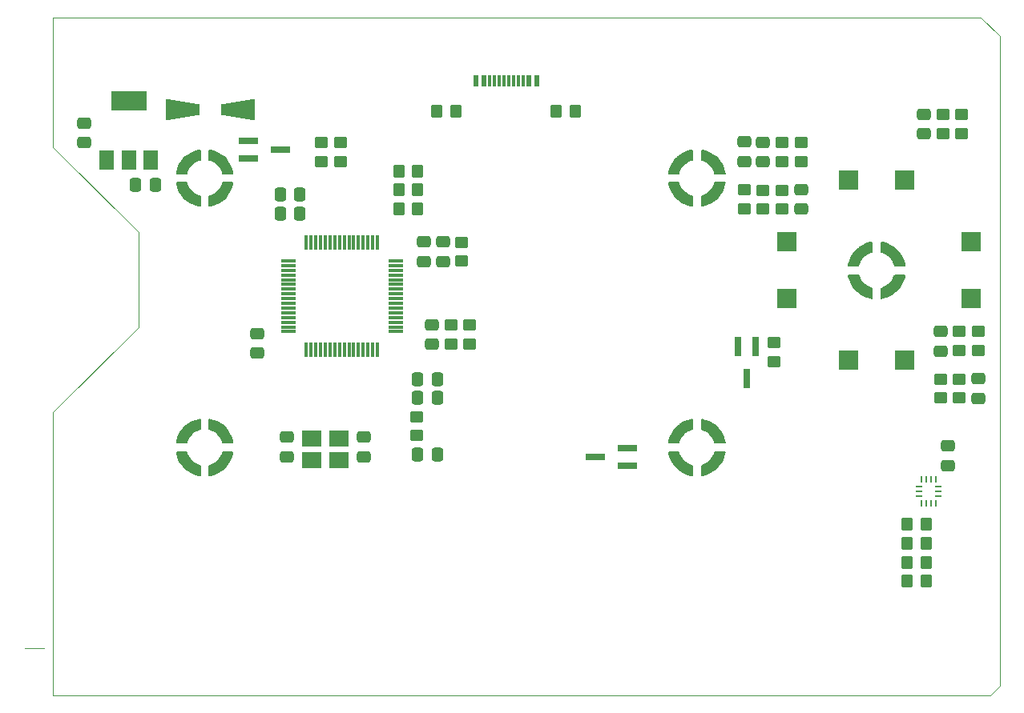
<source format=gbr>
%TF.GenerationSoftware,KiCad,Pcbnew,(7.0.0)*%
%TF.CreationDate,2023-04-30T17:40:28+02:00*%
%TF.ProjectId,STM32 Talnet console,53544d33-3220-4546-916c-6e657420636f,rev?*%
%TF.SameCoordinates,Original*%
%TF.FileFunction,Paste,Top*%
%TF.FilePolarity,Positive*%
%FSLAX46Y46*%
G04 Gerber Fmt 4.6, Leading zero omitted, Abs format (unit mm)*
G04 Created by KiCad (PCBNEW (7.0.0)) date 2023-04-30 17:40:28*
%MOMM*%
%LPD*%
G01*
G04 APERTURE LIST*
G04 Aperture macros list*
%AMRoundRect*
0 Rectangle with rounded corners*
0 $1 Rounding radius*
0 $2 $3 $4 $5 $6 $7 $8 $9 X,Y pos of 4 corners*
0 Add a 4 corners polygon primitive as box body*
4,1,4,$2,$3,$4,$5,$6,$7,$8,$9,$2,$3,0*
0 Add four circle primitives for the rounded corners*
1,1,$1+$1,$2,$3*
1,1,$1+$1,$4,$5*
1,1,$1+$1,$6,$7*
1,1,$1+$1,$8,$9*
0 Add four rect primitives between the rounded corners*
20,1,$1+$1,$2,$3,$4,$5,0*
20,1,$1+$1,$4,$5,$6,$7,0*
20,1,$1+$1,$6,$7,$8,$9,0*
20,1,$1+$1,$8,$9,$2,$3,0*%
%AMOutline4P*
0 Free polygon, 4 corners , with rotation*
0 The origin of the aperture is its center*
0 number of corners: always 4*
0 $1 to $8 corner X, Y*
0 $9 Rotation angle, in degrees counterclockwise*
0 create outline with 4 corners*
4,1,4,$1,$2,$3,$4,$5,$6,$7,$8,$1,$2,$9*%
G04 Aperture macros list end*
%ADD10C,0.200000*%
%ADD11RoundRect,0.250000X0.350000X0.450000X-0.350000X0.450000X-0.350000X-0.450000X0.350000X-0.450000X0*%
%ADD12R,1.500000X2.000000*%
%ADD13R,3.800000X2.000000*%
%ADD14R,2.000000X2.000000*%
%ADD15RoundRect,0.250000X0.475000X-0.337500X0.475000X0.337500X-0.475000X0.337500X-0.475000X-0.337500X0*%
%ADD16RoundRect,0.250000X0.450000X-0.350000X0.450000X0.350000X-0.450000X0.350000X-0.450000X-0.350000X0*%
%ADD17RoundRect,0.250000X-0.337500X-0.475000X0.337500X-0.475000X0.337500X0.475000X-0.337500X0.475000X0*%
%ADD18RoundRect,0.250000X-0.475000X0.337500X-0.475000X-0.337500X0.475000X-0.337500X0.475000X0.337500X0*%
%ADD19RoundRect,0.250000X-0.350000X-0.450000X0.350000X-0.450000X0.350000X0.450000X-0.350000X0.450000X0*%
%ADD20R,0.700000X2.000000*%
%ADD21RoundRect,0.250000X-0.450000X0.350000X-0.450000X-0.350000X0.450000X-0.350000X0.450000X0.350000X0*%
%ADD22Outline4P,-1.800000X-1.150000X1.800000X-0.550000X1.800000X0.550000X-1.800000X1.150000X0.000000*%
%ADD23Outline4P,-1.800000X-1.150000X1.800000X-0.550000X1.800000X0.550000X-1.800000X1.150000X180.000000*%
%ADD24RoundRect,0.250000X0.337500X0.475000X-0.337500X0.475000X-0.337500X-0.475000X0.337500X-0.475000X0*%
%ADD25R,0.600000X1.240000*%
%ADD26R,0.300000X1.240000*%
%ADD27R,0.250000X0.675000*%
%ADD28R,0.675000X0.250000*%
%ADD29R,2.000000X0.700000*%
%ADD30R,2.100000X1.800000*%
%ADD31RoundRect,0.075000X0.075000X-0.700000X0.075000X0.700000X-0.075000X0.700000X-0.075000X-0.700000X0*%
%ADD32RoundRect,0.075000X0.700000X-0.075000X0.700000X0.075000X-0.700000X0.075000X-0.700000X-0.075000X0*%
%TA.AperFunction,Profile*%
%ADD33C,0.100000*%
%TD*%
G04 APERTURE END LIST*
%TO.C,H1*%
G36*
X80707100Y-43313508D02*
G01*
X80578651Y-43348946D01*
X80331782Y-43449230D01*
X80100416Y-43581406D01*
X79888650Y-43743134D01*
X79700234Y-43931550D01*
X79538506Y-44143316D01*
X79406330Y-44374682D01*
X79306046Y-44621551D01*
X79270608Y-44750000D01*
X78249060Y-44750000D01*
X78279411Y-44584158D01*
X78372524Y-44260109D01*
X78501381Y-43948542D01*
X78664359Y-43653388D01*
X78859400Y-43378367D01*
X79084047Y-43126947D01*
X79335467Y-42902300D01*
X79610488Y-42707259D01*
X79905642Y-42544281D01*
X80217209Y-42415424D01*
X80541258Y-42322311D01*
X80707100Y-42291960D01*
X80707100Y-43313508D01*
G37*
D10*
X80707100Y-43313508D02*
X80578651Y-43348946D01*
X80331782Y-43449230D01*
X80100416Y-43581406D01*
X79888650Y-43743134D01*
X79700234Y-43931550D01*
X79538506Y-44143316D01*
X79406330Y-44374682D01*
X79306046Y-44621551D01*
X79270608Y-44750000D01*
X78249060Y-44750000D01*
X78279411Y-44584158D01*
X78372524Y-44260109D01*
X78501381Y-43948542D01*
X78664359Y-43653388D01*
X78859400Y-43378367D01*
X79084047Y-43126947D01*
X79335467Y-42902300D01*
X79610488Y-42707259D01*
X79905642Y-42544281D01*
X80217209Y-42415424D01*
X80541258Y-42322311D01*
X80707100Y-42291960D01*
X80707100Y-43313508D01*
G36*
X79306046Y-45878449D02*
G01*
X79406330Y-46125318D01*
X79538506Y-46356684D01*
X79700234Y-46568450D01*
X79888650Y-46756866D01*
X80100416Y-46918594D01*
X80331782Y-47050770D01*
X80578651Y-47151054D01*
X80707100Y-47186492D01*
X80707100Y-48208040D01*
X80541258Y-48177689D01*
X80217209Y-48084576D01*
X79905642Y-47955719D01*
X79610488Y-47792741D01*
X79335467Y-47597700D01*
X79084047Y-47373053D01*
X78859400Y-47121633D01*
X78664359Y-46846612D01*
X78501381Y-46551458D01*
X78372524Y-46239891D01*
X78279411Y-45915842D01*
X78249060Y-45750000D01*
X79270608Y-45750000D01*
X79306046Y-45878449D01*
G37*
X79306046Y-45878449D02*
X79406330Y-46125318D01*
X79538506Y-46356684D01*
X79700234Y-46568450D01*
X79888650Y-46756866D01*
X80100416Y-46918594D01*
X80331782Y-47050770D01*
X80578651Y-47151054D01*
X80707100Y-47186492D01*
X80707100Y-48208040D01*
X80541258Y-48177689D01*
X80217209Y-48084576D01*
X79905642Y-47955719D01*
X79610488Y-47792741D01*
X79335467Y-47597700D01*
X79084047Y-47373053D01*
X78859400Y-47121633D01*
X78664359Y-46846612D01*
X78501381Y-46551458D01*
X78372524Y-46239891D01*
X78279411Y-45915842D01*
X78249060Y-45750000D01*
X79270608Y-45750000D01*
X79306046Y-45878449D01*
G36*
X81872942Y-42322311D02*
G01*
X82196991Y-42415424D01*
X82508558Y-42544281D01*
X82803712Y-42707259D01*
X83078733Y-42902300D01*
X83330153Y-43126947D01*
X83554800Y-43378367D01*
X83749841Y-43653388D01*
X83912819Y-43948542D01*
X84041676Y-44260109D01*
X84134789Y-44584158D01*
X84165140Y-44750000D01*
X83143592Y-44750000D01*
X83108155Y-44621551D01*
X83007871Y-44374682D01*
X82875694Y-44143316D01*
X82713966Y-43931550D01*
X82525550Y-43743134D01*
X82313784Y-43581406D01*
X82082418Y-43449229D01*
X81835549Y-43348945D01*
X81707100Y-43313508D01*
X81707100Y-42291960D01*
X81872942Y-42322311D01*
G37*
X81872942Y-42322311D02*
X82196991Y-42415424D01*
X82508558Y-42544281D01*
X82803712Y-42707259D01*
X83078733Y-42902300D01*
X83330153Y-43126947D01*
X83554800Y-43378367D01*
X83749841Y-43653388D01*
X83912819Y-43948542D01*
X84041676Y-44260109D01*
X84134789Y-44584158D01*
X84165140Y-44750000D01*
X83143592Y-44750000D01*
X83108155Y-44621551D01*
X83007871Y-44374682D01*
X82875694Y-44143316D01*
X82713966Y-43931550D01*
X82525550Y-43743134D01*
X82313784Y-43581406D01*
X82082418Y-43449229D01*
X81835549Y-43348945D01*
X81707100Y-43313508D01*
X81707100Y-42291960D01*
X81872942Y-42322311D01*
G36*
X84134789Y-45915842D02*
G01*
X84041676Y-46239891D01*
X83912819Y-46551458D01*
X83749841Y-46846612D01*
X83554800Y-47121633D01*
X83330153Y-47373053D01*
X83078733Y-47597700D01*
X82803712Y-47792741D01*
X82508558Y-47955719D01*
X82196991Y-48084576D01*
X81872942Y-48177689D01*
X81707100Y-48208040D01*
X81707100Y-47186492D01*
X81835549Y-47151055D01*
X82082418Y-47050771D01*
X82313784Y-46918594D01*
X82525550Y-46756866D01*
X82713966Y-46568450D01*
X82875694Y-46356684D01*
X83007871Y-46125318D01*
X83108155Y-45878449D01*
X83143592Y-45750000D01*
X84165140Y-45750000D01*
X84134789Y-45915842D01*
G37*
X84134789Y-45915842D02*
X84041676Y-46239891D01*
X83912819Y-46551458D01*
X83749841Y-46846612D01*
X83554800Y-47121633D01*
X83330153Y-47373053D01*
X83078733Y-47597700D01*
X82803712Y-47792741D01*
X82508558Y-47955719D01*
X82196991Y-48084576D01*
X81872942Y-48177689D01*
X81707100Y-48208040D01*
X81707100Y-47186492D01*
X81835549Y-47151055D01*
X82082418Y-47050771D01*
X82313784Y-46918594D01*
X82525550Y-46756866D01*
X82713966Y-46568450D01*
X82875694Y-46356684D01*
X83007871Y-46125318D01*
X83108155Y-45878449D01*
X83143592Y-45750000D01*
X84165140Y-45750000D01*
X84134789Y-45915842D01*
%TO.C,H3*%
G36*
X132707100Y-71813508D02*
G01*
X132578651Y-71848946D01*
X132331782Y-71949230D01*
X132100416Y-72081406D01*
X131888650Y-72243134D01*
X131700234Y-72431550D01*
X131538506Y-72643316D01*
X131406330Y-72874682D01*
X131306046Y-73121551D01*
X131270608Y-73250000D01*
X130249060Y-73250000D01*
X130279411Y-73084158D01*
X130372524Y-72760109D01*
X130501381Y-72448542D01*
X130664359Y-72153388D01*
X130859400Y-71878367D01*
X131084047Y-71626947D01*
X131335467Y-71402300D01*
X131610488Y-71207259D01*
X131905642Y-71044281D01*
X132217209Y-70915424D01*
X132541258Y-70822311D01*
X132707100Y-70791960D01*
X132707100Y-71813508D01*
G37*
X132707100Y-71813508D02*
X132578651Y-71848946D01*
X132331782Y-71949230D01*
X132100416Y-72081406D01*
X131888650Y-72243134D01*
X131700234Y-72431550D01*
X131538506Y-72643316D01*
X131406330Y-72874682D01*
X131306046Y-73121551D01*
X131270608Y-73250000D01*
X130249060Y-73250000D01*
X130279411Y-73084158D01*
X130372524Y-72760109D01*
X130501381Y-72448542D01*
X130664359Y-72153388D01*
X130859400Y-71878367D01*
X131084047Y-71626947D01*
X131335467Y-71402300D01*
X131610488Y-71207259D01*
X131905642Y-71044281D01*
X132217209Y-70915424D01*
X132541258Y-70822311D01*
X132707100Y-70791960D01*
X132707100Y-71813508D01*
G36*
X131306046Y-74378449D02*
G01*
X131406330Y-74625318D01*
X131538506Y-74856684D01*
X131700234Y-75068450D01*
X131888650Y-75256866D01*
X132100416Y-75418594D01*
X132331782Y-75550770D01*
X132578651Y-75651054D01*
X132707100Y-75686492D01*
X132707100Y-76708040D01*
X132541258Y-76677689D01*
X132217209Y-76584576D01*
X131905642Y-76455719D01*
X131610488Y-76292741D01*
X131335467Y-76097700D01*
X131084047Y-75873053D01*
X130859400Y-75621633D01*
X130664359Y-75346612D01*
X130501381Y-75051458D01*
X130372524Y-74739891D01*
X130279411Y-74415842D01*
X130249060Y-74250000D01*
X131270608Y-74250000D01*
X131306046Y-74378449D01*
G37*
X131306046Y-74378449D02*
X131406330Y-74625318D01*
X131538506Y-74856684D01*
X131700234Y-75068450D01*
X131888650Y-75256866D01*
X132100416Y-75418594D01*
X132331782Y-75550770D01*
X132578651Y-75651054D01*
X132707100Y-75686492D01*
X132707100Y-76708040D01*
X132541258Y-76677689D01*
X132217209Y-76584576D01*
X131905642Y-76455719D01*
X131610488Y-76292741D01*
X131335467Y-76097700D01*
X131084047Y-75873053D01*
X130859400Y-75621633D01*
X130664359Y-75346612D01*
X130501381Y-75051458D01*
X130372524Y-74739891D01*
X130279411Y-74415842D01*
X130249060Y-74250000D01*
X131270608Y-74250000D01*
X131306046Y-74378449D01*
G36*
X133872942Y-70822311D02*
G01*
X134196991Y-70915424D01*
X134508558Y-71044281D01*
X134803712Y-71207259D01*
X135078733Y-71402300D01*
X135330153Y-71626947D01*
X135554800Y-71878367D01*
X135749841Y-72153388D01*
X135912819Y-72448542D01*
X136041676Y-72760109D01*
X136134789Y-73084158D01*
X136165140Y-73250000D01*
X135143592Y-73250000D01*
X135108155Y-73121551D01*
X135007871Y-72874682D01*
X134875694Y-72643316D01*
X134713966Y-72431550D01*
X134525550Y-72243134D01*
X134313784Y-72081406D01*
X134082418Y-71949229D01*
X133835549Y-71848945D01*
X133707100Y-71813508D01*
X133707100Y-70791960D01*
X133872942Y-70822311D01*
G37*
X133872942Y-70822311D02*
X134196991Y-70915424D01*
X134508558Y-71044281D01*
X134803712Y-71207259D01*
X135078733Y-71402300D01*
X135330153Y-71626947D01*
X135554800Y-71878367D01*
X135749841Y-72153388D01*
X135912819Y-72448542D01*
X136041676Y-72760109D01*
X136134789Y-73084158D01*
X136165140Y-73250000D01*
X135143592Y-73250000D01*
X135108155Y-73121551D01*
X135007871Y-72874682D01*
X134875694Y-72643316D01*
X134713966Y-72431550D01*
X134525550Y-72243134D01*
X134313784Y-72081406D01*
X134082418Y-71949229D01*
X133835549Y-71848945D01*
X133707100Y-71813508D01*
X133707100Y-70791960D01*
X133872942Y-70822311D01*
G36*
X136134789Y-74415842D02*
G01*
X136041676Y-74739891D01*
X135912819Y-75051458D01*
X135749841Y-75346612D01*
X135554800Y-75621633D01*
X135330153Y-75873053D01*
X135078733Y-76097700D01*
X134803712Y-76292741D01*
X134508558Y-76455719D01*
X134196991Y-76584576D01*
X133872942Y-76677689D01*
X133707100Y-76708040D01*
X133707100Y-75686492D01*
X133835549Y-75651055D01*
X134082418Y-75550771D01*
X134313784Y-75418594D01*
X134525550Y-75256866D01*
X134713966Y-75068450D01*
X134875694Y-74856684D01*
X135007871Y-74625318D01*
X135108155Y-74378449D01*
X135143592Y-74250000D01*
X136165140Y-74250000D01*
X136134789Y-74415842D01*
G37*
X136134789Y-74415842D02*
X136041676Y-74739891D01*
X135912819Y-75051458D01*
X135749841Y-75346612D01*
X135554800Y-75621633D01*
X135330153Y-75873053D01*
X135078733Y-76097700D01*
X134803712Y-76292741D01*
X134508558Y-76455719D01*
X134196991Y-76584576D01*
X133872942Y-76677689D01*
X133707100Y-76708040D01*
X133707100Y-75686492D01*
X133835549Y-75651055D01*
X134082418Y-75550771D01*
X134313784Y-75418594D01*
X134525550Y-75256866D01*
X134713966Y-75068450D01*
X134875694Y-74856684D01*
X135007871Y-74625318D01*
X135108155Y-74378449D01*
X135143592Y-74250000D01*
X136165140Y-74250000D01*
X136134789Y-74415842D01*
%TO.C,H2*%
G36*
X132707100Y-43313508D02*
G01*
X132578651Y-43348946D01*
X132331782Y-43449230D01*
X132100416Y-43581406D01*
X131888650Y-43743134D01*
X131700234Y-43931550D01*
X131538506Y-44143316D01*
X131406330Y-44374682D01*
X131306046Y-44621551D01*
X131270608Y-44750000D01*
X130249060Y-44750000D01*
X130279411Y-44584158D01*
X130372524Y-44260109D01*
X130501381Y-43948542D01*
X130664359Y-43653388D01*
X130859400Y-43378367D01*
X131084047Y-43126947D01*
X131335467Y-42902300D01*
X131610488Y-42707259D01*
X131905642Y-42544281D01*
X132217209Y-42415424D01*
X132541258Y-42322311D01*
X132707100Y-42291960D01*
X132707100Y-43313508D01*
G37*
X132707100Y-43313508D02*
X132578651Y-43348946D01*
X132331782Y-43449230D01*
X132100416Y-43581406D01*
X131888650Y-43743134D01*
X131700234Y-43931550D01*
X131538506Y-44143316D01*
X131406330Y-44374682D01*
X131306046Y-44621551D01*
X131270608Y-44750000D01*
X130249060Y-44750000D01*
X130279411Y-44584158D01*
X130372524Y-44260109D01*
X130501381Y-43948542D01*
X130664359Y-43653388D01*
X130859400Y-43378367D01*
X131084047Y-43126947D01*
X131335467Y-42902300D01*
X131610488Y-42707259D01*
X131905642Y-42544281D01*
X132217209Y-42415424D01*
X132541258Y-42322311D01*
X132707100Y-42291960D01*
X132707100Y-43313508D01*
G36*
X131306046Y-45878449D02*
G01*
X131406330Y-46125318D01*
X131538506Y-46356684D01*
X131700234Y-46568450D01*
X131888650Y-46756866D01*
X132100416Y-46918594D01*
X132331782Y-47050770D01*
X132578651Y-47151054D01*
X132707100Y-47186492D01*
X132707100Y-48208040D01*
X132541258Y-48177689D01*
X132217209Y-48084576D01*
X131905642Y-47955719D01*
X131610488Y-47792741D01*
X131335467Y-47597700D01*
X131084047Y-47373053D01*
X130859400Y-47121633D01*
X130664359Y-46846612D01*
X130501381Y-46551458D01*
X130372524Y-46239891D01*
X130279411Y-45915842D01*
X130249060Y-45750000D01*
X131270608Y-45750000D01*
X131306046Y-45878449D01*
G37*
X131306046Y-45878449D02*
X131406330Y-46125318D01*
X131538506Y-46356684D01*
X131700234Y-46568450D01*
X131888650Y-46756866D01*
X132100416Y-46918594D01*
X132331782Y-47050770D01*
X132578651Y-47151054D01*
X132707100Y-47186492D01*
X132707100Y-48208040D01*
X132541258Y-48177689D01*
X132217209Y-48084576D01*
X131905642Y-47955719D01*
X131610488Y-47792741D01*
X131335467Y-47597700D01*
X131084047Y-47373053D01*
X130859400Y-47121633D01*
X130664359Y-46846612D01*
X130501381Y-46551458D01*
X130372524Y-46239891D01*
X130279411Y-45915842D01*
X130249060Y-45750000D01*
X131270608Y-45750000D01*
X131306046Y-45878449D01*
G36*
X133872942Y-42322311D02*
G01*
X134196991Y-42415424D01*
X134508558Y-42544281D01*
X134803712Y-42707259D01*
X135078733Y-42902300D01*
X135330153Y-43126947D01*
X135554800Y-43378367D01*
X135749841Y-43653388D01*
X135912819Y-43948542D01*
X136041676Y-44260109D01*
X136134789Y-44584158D01*
X136165140Y-44750000D01*
X135143592Y-44750000D01*
X135108155Y-44621551D01*
X135007871Y-44374682D01*
X134875694Y-44143316D01*
X134713966Y-43931550D01*
X134525550Y-43743134D01*
X134313784Y-43581406D01*
X134082418Y-43449229D01*
X133835549Y-43348945D01*
X133707100Y-43313508D01*
X133707100Y-42291960D01*
X133872942Y-42322311D01*
G37*
X133872942Y-42322311D02*
X134196991Y-42415424D01*
X134508558Y-42544281D01*
X134803712Y-42707259D01*
X135078733Y-42902300D01*
X135330153Y-43126947D01*
X135554800Y-43378367D01*
X135749841Y-43653388D01*
X135912819Y-43948542D01*
X136041676Y-44260109D01*
X136134789Y-44584158D01*
X136165140Y-44750000D01*
X135143592Y-44750000D01*
X135108155Y-44621551D01*
X135007871Y-44374682D01*
X134875694Y-44143316D01*
X134713966Y-43931550D01*
X134525550Y-43743134D01*
X134313784Y-43581406D01*
X134082418Y-43449229D01*
X133835549Y-43348945D01*
X133707100Y-43313508D01*
X133707100Y-42291960D01*
X133872942Y-42322311D01*
G36*
X136134789Y-45915842D02*
G01*
X136041676Y-46239891D01*
X135912819Y-46551458D01*
X135749841Y-46846612D01*
X135554800Y-47121633D01*
X135330153Y-47373053D01*
X135078733Y-47597700D01*
X134803712Y-47792741D01*
X134508558Y-47955719D01*
X134196991Y-48084576D01*
X133872942Y-48177689D01*
X133707100Y-48208040D01*
X133707100Y-47186492D01*
X133835549Y-47151055D01*
X134082418Y-47050771D01*
X134313784Y-46918594D01*
X134525550Y-46756866D01*
X134713966Y-46568450D01*
X134875694Y-46356684D01*
X135007871Y-46125318D01*
X135108155Y-45878449D01*
X135143592Y-45750000D01*
X136165140Y-45750000D01*
X136134789Y-45915842D01*
G37*
X136134789Y-45915842D02*
X136041676Y-46239891D01*
X135912819Y-46551458D01*
X135749841Y-46846612D01*
X135554800Y-47121633D01*
X135330153Y-47373053D01*
X135078733Y-47597700D01*
X134803712Y-47792741D01*
X134508558Y-47955719D01*
X134196991Y-48084576D01*
X133872942Y-48177689D01*
X133707100Y-48208040D01*
X133707100Y-47186492D01*
X133835549Y-47151055D01*
X134082418Y-47050771D01*
X134313784Y-46918594D01*
X134525550Y-46756866D01*
X134713966Y-46568450D01*
X134875694Y-46356684D01*
X135007871Y-46125318D01*
X135108155Y-45878449D01*
X135143592Y-45750000D01*
X136165140Y-45750000D01*
X136134789Y-45915842D01*
%TO.C,H4*%
G36*
X80707100Y-71813508D02*
G01*
X80578651Y-71848946D01*
X80331782Y-71949230D01*
X80100416Y-72081406D01*
X79888650Y-72243134D01*
X79700234Y-72431550D01*
X79538506Y-72643316D01*
X79406330Y-72874682D01*
X79306046Y-73121551D01*
X79270608Y-73250000D01*
X78249060Y-73250000D01*
X78279411Y-73084158D01*
X78372524Y-72760109D01*
X78501381Y-72448542D01*
X78664359Y-72153388D01*
X78859400Y-71878367D01*
X79084047Y-71626947D01*
X79335467Y-71402300D01*
X79610488Y-71207259D01*
X79905642Y-71044281D01*
X80217209Y-70915424D01*
X80541258Y-70822311D01*
X80707100Y-70791960D01*
X80707100Y-71813508D01*
G37*
X80707100Y-71813508D02*
X80578651Y-71848946D01*
X80331782Y-71949230D01*
X80100416Y-72081406D01*
X79888650Y-72243134D01*
X79700234Y-72431550D01*
X79538506Y-72643316D01*
X79406330Y-72874682D01*
X79306046Y-73121551D01*
X79270608Y-73250000D01*
X78249060Y-73250000D01*
X78279411Y-73084158D01*
X78372524Y-72760109D01*
X78501381Y-72448542D01*
X78664359Y-72153388D01*
X78859400Y-71878367D01*
X79084047Y-71626947D01*
X79335467Y-71402300D01*
X79610488Y-71207259D01*
X79905642Y-71044281D01*
X80217209Y-70915424D01*
X80541258Y-70822311D01*
X80707100Y-70791960D01*
X80707100Y-71813508D01*
G36*
X79306046Y-74378449D02*
G01*
X79406330Y-74625318D01*
X79538506Y-74856684D01*
X79700234Y-75068450D01*
X79888650Y-75256866D01*
X80100416Y-75418594D01*
X80331782Y-75550770D01*
X80578651Y-75651054D01*
X80707100Y-75686492D01*
X80707100Y-76708040D01*
X80541258Y-76677689D01*
X80217209Y-76584576D01*
X79905642Y-76455719D01*
X79610488Y-76292741D01*
X79335467Y-76097700D01*
X79084047Y-75873053D01*
X78859400Y-75621633D01*
X78664359Y-75346612D01*
X78501381Y-75051458D01*
X78372524Y-74739891D01*
X78279411Y-74415842D01*
X78249060Y-74250000D01*
X79270608Y-74250000D01*
X79306046Y-74378449D01*
G37*
X79306046Y-74378449D02*
X79406330Y-74625318D01*
X79538506Y-74856684D01*
X79700234Y-75068450D01*
X79888650Y-75256866D01*
X80100416Y-75418594D01*
X80331782Y-75550770D01*
X80578651Y-75651054D01*
X80707100Y-75686492D01*
X80707100Y-76708040D01*
X80541258Y-76677689D01*
X80217209Y-76584576D01*
X79905642Y-76455719D01*
X79610488Y-76292741D01*
X79335467Y-76097700D01*
X79084047Y-75873053D01*
X78859400Y-75621633D01*
X78664359Y-75346612D01*
X78501381Y-75051458D01*
X78372524Y-74739891D01*
X78279411Y-74415842D01*
X78249060Y-74250000D01*
X79270608Y-74250000D01*
X79306046Y-74378449D01*
G36*
X81872942Y-70822311D02*
G01*
X82196991Y-70915424D01*
X82508558Y-71044281D01*
X82803712Y-71207259D01*
X83078733Y-71402300D01*
X83330153Y-71626947D01*
X83554800Y-71878367D01*
X83749841Y-72153388D01*
X83912819Y-72448542D01*
X84041676Y-72760109D01*
X84134789Y-73084158D01*
X84165140Y-73250000D01*
X83143592Y-73250000D01*
X83108155Y-73121551D01*
X83007871Y-72874682D01*
X82875694Y-72643316D01*
X82713966Y-72431550D01*
X82525550Y-72243134D01*
X82313784Y-72081406D01*
X82082418Y-71949229D01*
X81835549Y-71848945D01*
X81707100Y-71813508D01*
X81707100Y-70791960D01*
X81872942Y-70822311D01*
G37*
X81872942Y-70822311D02*
X82196991Y-70915424D01*
X82508558Y-71044281D01*
X82803712Y-71207259D01*
X83078733Y-71402300D01*
X83330153Y-71626947D01*
X83554800Y-71878367D01*
X83749841Y-72153388D01*
X83912819Y-72448542D01*
X84041676Y-72760109D01*
X84134789Y-73084158D01*
X84165140Y-73250000D01*
X83143592Y-73250000D01*
X83108155Y-73121551D01*
X83007871Y-72874682D01*
X82875694Y-72643316D01*
X82713966Y-72431550D01*
X82525550Y-72243134D01*
X82313784Y-72081406D01*
X82082418Y-71949229D01*
X81835549Y-71848945D01*
X81707100Y-71813508D01*
X81707100Y-70791960D01*
X81872942Y-70822311D01*
G36*
X84134789Y-74415842D02*
G01*
X84041676Y-74739891D01*
X83912819Y-75051458D01*
X83749841Y-75346612D01*
X83554800Y-75621633D01*
X83330153Y-75873053D01*
X83078733Y-76097700D01*
X82803712Y-76292741D01*
X82508558Y-76455719D01*
X82196991Y-76584576D01*
X81872942Y-76677689D01*
X81707100Y-76708040D01*
X81707100Y-75686492D01*
X81835549Y-75651055D01*
X82082418Y-75550771D01*
X82313784Y-75418594D01*
X82525550Y-75256866D01*
X82713966Y-75068450D01*
X82875694Y-74856684D01*
X83007871Y-74625318D01*
X83108155Y-74378449D01*
X83143592Y-74250000D01*
X84165140Y-74250000D01*
X84134789Y-74415842D01*
G37*
X84134789Y-74415842D02*
X84041676Y-74739891D01*
X83912819Y-75051458D01*
X83749841Y-75346612D01*
X83554800Y-75621633D01*
X83330153Y-75873053D01*
X83078733Y-76097700D01*
X82803712Y-76292741D01*
X82508558Y-76455719D01*
X82196991Y-76584576D01*
X81872942Y-76677689D01*
X81707100Y-76708040D01*
X81707100Y-75686492D01*
X81835549Y-75651055D01*
X82082418Y-75550771D01*
X82313784Y-75418594D01*
X82525550Y-75256866D01*
X82713966Y-75068450D01*
X82875694Y-74856684D01*
X83007871Y-74625318D01*
X83108155Y-74378449D01*
X83143592Y-74250000D01*
X84165140Y-74250000D01*
X84134789Y-74415842D01*
%TO.C,H5*%
G36*
X151707100Y-53063508D02*
G01*
X151578651Y-53098946D01*
X151331782Y-53199230D01*
X151100416Y-53331406D01*
X150888650Y-53493134D01*
X150700234Y-53681550D01*
X150538506Y-53893316D01*
X150406330Y-54124682D01*
X150306046Y-54371551D01*
X150270608Y-54500000D01*
X149249060Y-54500000D01*
X149279411Y-54334158D01*
X149372524Y-54010109D01*
X149501381Y-53698542D01*
X149664359Y-53403388D01*
X149859400Y-53128367D01*
X150084047Y-52876947D01*
X150335467Y-52652300D01*
X150610488Y-52457259D01*
X150905642Y-52294281D01*
X151217209Y-52165424D01*
X151541258Y-52072311D01*
X151707100Y-52041960D01*
X151707100Y-53063508D01*
G37*
X151707100Y-53063508D02*
X151578651Y-53098946D01*
X151331782Y-53199230D01*
X151100416Y-53331406D01*
X150888650Y-53493134D01*
X150700234Y-53681550D01*
X150538506Y-53893316D01*
X150406330Y-54124682D01*
X150306046Y-54371551D01*
X150270608Y-54500000D01*
X149249060Y-54500000D01*
X149279411Y-54334158D01*
X149372524Y-54010109D01*
X149501381Y-53698542D01*
X149664359Y-53403388D01*
X149859400Y-53128367D01*
X150084047Y-52876947D01*
X150335467Y-52652300D01*
X150610488Y-52457259D01*
X150905642Y-52294281D01*
X151217209Y-52165424D01*
X151541258Y-52072311D01*
X151707100Y-52041960D01*
X151707100Y-53063508D01*
G36*
X150306046Y-55628449D02*
G01*
X150406330Y-55875318D01*
X150538506Y-56106684D01*
X150700234Y-56318450D01*
X150888650Y-56506866D01*
X151100416Y-56668594D01*
X151331782Y-56800770D01*
X151578651Y-56901054D01*
X151707100Y-56936492D01*
X151707100Y-57958040D01*
X151541258Y-57927689D01*
X151217209Y-57834576D01*
X150905642Y-57705719D01*
X150610488Y-57542741D01*
X150335467Y-57347700D01*
X150084047Y-57123053D01*
X149859400Y-56871633D01*
X149664359Y-56596612D01*
X149501381Y-56301458D01*
X149372524Y-55989891D01*
X149279411Y-55665842D01*
X149249060Y-55500000D01*
X150270608Y-55500000D01*
X150306046Y-55628449D01*
G37*
X150306046Y-55628449D02*
X150406330Y-55875318D01*
X150538506Y-56106684D01*
X150700234Y-56318450D01*
X150888650Y-56506866D01*
X151100416Y-56668594D01*
X151331782Y-56800770D01*
X151578651Y-56901054D01*
X151707100Y-56936492D01*
X151707100Y-57958040D01*
X151541258Y-57927689D01*
X151217209Y-57834576D01*
X150905642Y-57705719D01*
X150610488Y-57542741D01*
X150335467Y-57347700D01*
X150084047Y-57123053D01*
X149859400Y-56871633D01*
X149664359Y-56596612D01*
X149501381Y-56301458D01*
X149372524Y-55989891D01*
X149279411Y-55665842D01*
X149249060Y-55500000D01*
X150270608Y-55500000D01*
X150306046Y-55628449D01*
G36*
X152872942Y-52072311D02*
G01*
X153196991Y-52165424D01*
X153508558Y-52294281D01*
X153803712Y-52457259D01*
X154078733Y-52652300D01*
X154330153Y-52876947D01*
X154554800Y-53128367D01*
X154749841Y-53403388D01*
X154912819Y-53698542D01*
X155041676Y-54010109D01*
X155134789Y-54334158D01*
X155165140Y-54500000D01*
X154143592Y-54500000D01*
X154108155Y-54371551D01*
X154007871Y-54124682D01*
X153875694Y-53893316D01*
X153713966Y-53681550D01*
X153525550Y-53493134D01*
X153313784Y-53331406D01*
X153082418Y-53199229D01*
X152835549Y-53098945D01*
X152707100Y-53063508D01*
X152707100Y-52041960D01*
X152872942Y-52072311D01*
G37*
X152872942Y-52072311D02*
X153196991Y-52165424D01*
X153508558Y-52294281D01*
X153803712Y-52457259D01*
X154078733Y-52652300D01*
X154330153Y-52876947D01*
X154554800Y-53128367D01*
X154749841Y-53403388D01*
X154912819Y-53698542D01*
X155041676Y-54010109D01*
X155134789Y-54334158D01*
X155165140Y-54500000D01*
X154143592Y-54500000D01*
X154108155Y-54371551D01*
X154007871Y-54124682D01*
X153875694Y-53893316D01*
X153713966Y-53681550D01*
X153525550Y-53493134D01*
X153313784Y-53331406D01*
X153082418Y-53199229D01*
X152835549Y-53098945D01*
X152707100Y-53063508D01*
X152707100Y-52041960D01*
X152872942Y-52072311D01*
G36*
X155134789Y-55665842D02*
G01*
X155041676Y-55989891D01*
X154912819Y-56301458D01*
X154749841Y-56596612D01*
X154554800Y-56871633D01*
X154330153Y-57123053D01*
X154078733Y-57347700D01*
X153803712Y-57542741D01*
X153508558Y-57705719D01*
X153196991Y-57834576D01*
X152872942Y-57927689D01*
X152707100Y-57958040D01*
X152707100Y-56936492D01*
X152835549Y-56901055D01*
X153082418Y-56800771D01*
X153313784Y-56668594D01*
X153525550Y-56506866D01*
X153713966Y-56318450D01*
X153875694Y-56106684D01*
X154007871Y-55875318D01*
X154108155Y-55628449D01*
X154143592Y-55500000D01*
X155165140Y-55500000D01*
X155134789Y-55665842D01*
G37*
X155134789Y-55665842D02*
X155041676Y-55989891D01*
X154912819Y-56301458D01*
X154749841Y-56596612D01*
X154554800Y-56871633D01*
X154330153Y-57123053D01*
X154078733Y-57347700D01*
X153803712Y-57542741D01*
X153508558Y-57705719D01*
X153196991Y-57834576D01*
X152872942Y-57927689D01*
X152707100Y-57958040D01*
X152707100Y-56936492D01*
X152835549Y-56901055D01*
X153082418Y-56800771D01*
X153313784Y-56668594D01*
X153525550Y-56506866D01*
X153713966Y-56318450D01*
X153875694Y-56106684D01*
X154007871Y-55875318D01*
X154108155Y-55628449D01*
X154143592Y-55500000D01*
X155165140Y-55500000D01*
X155134789Y-55665842D01*
%TD*%
D11*
%TO.C,R26*%
X157457100Y-85905000D03*
X155457100Y-85905000D03*
%TD*%
D12*
%TO.C,U3*%
X70871099Y-43345999D03*
X73171099Y-43345999D03*
D13*
X73171099Y-37045999D03*
D12*
X75471099Y-43345999D03*
%TD*%
D14*
%TO.C,SW5*%
X142707099Y-57999999D03*
X142707099Y-51999999D03*
%TD*%
D15*
%TO.C,C22*%
X159707100Y-75655000D03*
X159707100Y-73580000D03*
%TD*%
D11*
%TO.C,R28*%
X157457100Y-83905000D03*
X155457100Y-83905000D03*
%TD*%
D15*
%TO.C,C17*%
X157207100Y-40575000D03*
X157207100Y-38500000D03*
%TD*%
D16*
%TO.C,R3*%
X141407100Y-64650000D03*
X141407100Y-62650000D03*
%TD*%
D11*
%TO.C,R19*%
X107747100Y-38214000D03*
X105747100Y-38214000D03*
%TD*%
D17*
%TO.C,C7*%
X89174037Y-48993286D03*
X91249037Y-48993286D03*
%TD*%
D18*
%TO.C,C15*%
X144207100Y-46462500D03*
X144207100Y-48537500D03*
%TD*%
D15*
%TO.C,C8*%
X106379564Y-54089034D03*
X106379564Y-52014034D03*
%TD*%
%TO.C,C13*%
X140207100Y-43537500D03*
X140207100Y-41462500D03*
%TD*%
D19*
%TO.C,R24*%
X101707100Y-48500000D03*
X103707100Y-48500000D03*
%TD*%
D20*
%TO.C,Q1*%
X139457099Y-63049999D03*
X137557099Y-63049999D03*
X138507099Y-66449999D03*
%TD*%
D18*
%TO.C,C21*%
X68457100Y-39412500D03*
X68457100Y-41487500D03*
%TD*%
D21*
%TO.C,R1*%
X93491100Y-41498000D03*
X93491100Y-43498000D03*
%TD*%
D22*
%TO.C,D1*%
X78907100Y-38000000D03*
D23*
X84707100Y-38000000D03*
%TD*%
D24*
%TO.C,C20*%
X75994600Y-46000000D03*
X73919600Y-46000000D03*
%TD*%
D18*
%TO.C,C16*%
X162957100Y-66462500D03*
X162957100Y-68537500D03*
%TD*%
D11*
%TO.C,R29*%
X157457100Y-87905000D03*
X155457100Y-87905000D03*
%TD*%
%TO.C,R27*%
X157457100Y-81905000D03*
X155457100Y-81905000D03*
%TD*%
D21*
%TO.C,FB1*%
X103607100Y-70500000D03*
X103607100Y-72500000D03*
%TD*%
D19*
%TO.C,R23*%
X101707100Y-44500000D03*
X103707100Y-44500000D03*
%TD*%
D25*
%TO.C,J6*%
X116297099Y-34963999D03*
X115497099Y-34963999D03*
D26*
X114347099Y-34963999D03*
X113347099Y-34963999D03*
X112847099Y-34963999D03*
X111847099Y-34963999D03*
D25*
X110697099Y-34963999D03*
X109897099Y-34963999D03*
X109897099Y-34963999D03*
X110697099Y-34963999D03*
D26*
X111347099Y-34963999D03*
X112347099Y-34963999D03*
X113847099Y-34963999D03*
X114847099Y-34963999D03*
D25*
X115497099Y-34963999D03*
X116297099Y-34963999D03*
%TD*%
D18*
%TO.C,C6*%
X105207100Y-60750000D03*
X105207100Y-62825000D03*
%TD*%
D21*
%TO.C,R21*%
X109207100Y-60825000D03*
X109207100Y-62825000D03*
%TD*%
D14*
%TO.C,SW2*%
X149207099Y-45499999D03*
X155207099Y-45499999D03*
%TD*%
D16*
%TO.C,R22*%
X107207100Y-62825000D03*
X107207100Y-60825000D03*
%TD*%
%TO.C,R13*%
X161207100Y-40537500D03*
X161207100Y-38537500D03*
%TD*%
D19*
%TO.C,R20*%
X118372100Y-38214000D03*
X120372100Y-38214000D03*
%TD*%
D17*
%TO.C,C11*%
X103707100Y-66500000D03*
X105782100Y-66500000D03*
%TD*%
D14*
%TO.C,SW3*%
X162207099Y-57999999D03*
X162207099Y-51999999D03*
%TD*%
D27*
%TO.C,U4*%
X156957099Y-79679999D03*
X157457099Y-79679999D03*
X157957099Y-79679999D03*
X158457099Y-79679999D03*
D28*
X158719599Y-78917499D03*
X158719599Y-78417499D03*
X158719599Y-77917499D03*
D27*
X158457099Y-77154999D03*
X157957099Y-77154999D03*
X157457099Y-77154999D03*
X156957099Y-77154999D03*
D28*
X156694599Y-77917499D03*
X156694599Y-78417499D03*
X156694599Y-78917499D03*
%TD*%
D17*
%TO.C,C1*%
X89174037Y-46993286D03*
X91249037Y-46993286D03*
%TD*%
D11*
%TO.C,R25*%
X103707100Y-46500000D03*
X101707100Y-46500000D03*
%TD*%
D21*
%TO.C,R9*%
X158957100Y-66500000D03*
X158957100Y-68500000D03*
%TD*%
D16*
%TO.C,R2*%
X95523100Y-43498000D03*
X95523100Y-41498000D03*
%TD*%
D21*
%TO.C,R8*%
X140207100Y-46537500D03*
X140207100Y-48537500D03*
%TD*%
D29*
%TO.C,Q2*%
X125907099Y-75699999D03*
X125907099Y-73799999D03*
X122507099Y-74749999D03*
%TD*%
D17*
%TO.C,C9*%
X103707100Y-74500000D03*
X105782100Y-74500000D03*
%TD*%
D16*
%TO.C,R14*%
X159207100Y-40537500D03*
X159207100Y-38537500D03*
%TD*%
%TO.C,R6*%
X142207100Y-43500000D03*
X142207100Y-41500000D03*
%TD*%
%TO.C,R7*%
X160957100Y-63500000D03*
X160957100Y-61500000D03*
%TD*%
D18*
%TO.C,C3*%
X89893100Y-72676500D03*
X89893100Y-74751500D03*
%TD*%
D16*
%TO.C,R12*%
X138207100Y-48500000D03*
X138207100Y-46500000D03*
%TD*%
%TO.C,R30*%
X108384688Y-54046861D03*
X108384688Y-52046861D03*
%TD*%
D18*
%TO.C,C12*%
X138207100Y-41425000D03*
X138207100Y-43500000D03*
%TD*%
D30*
%TO.C,Y1*%
X92507099Y-75117999D03*
X95407099Y-75117999D03*
X95407099Y-72817999D03*
X92507099Y-72817999D03*
%TD*%
D15*
%TO.C,C4*%
X98021099Y-74751500D03*
X98021099Y-72676500D03*
%TD*%
D29*
%TO.C,Q3*%
X85807099Y-41299999D03*
X85807099Y-43199999D03*
X89207099Y-42249999D03*
%TD*%
D21*
%TO.C,R10*%
X142207100Y-46537500D03*
X142207100Y-48537500D03*
%TD*%
D16*
%TO.C,R4*%
X144207101Y-43500000D03*
X144207101Y-41500000D03*
%TD*%
D15*
%TO.C,C14*%
X158957100Y-63537500D03*
X158957100Y-61462500D03*
%TD*%
%TO.C,C5*%
X86768443Y-63754825D03*
X86768443Y-61679825D03*
%TD*%
D16*
%TO.C,R5*%
X162957100Y-63500000D03*
X162957100Y-61500000D03*
%TD*%
D17*
%TO.C,C10*%
X103707100Y-68500000D03*
X105782100Y-68500000D03*
%TD*%
D14*
%TO.C,SW6*%
X149207099Y-64499999D03*
X155207099Y-64499999D03*
%TD*%
D31*
%TO.C,U1*%
X91957100Y-63425000D03*
X92457100Y-63425000D03*
X92957100Y-63425000D03*
X93457100Y-63425000D03*
X93957100Y-63425000D03*
X94457100Y-63425000D03*
X94957100Y-63425000D03*
X95457100Y-63425000D03*
X95957100Y-63425000D03*
X96457100Y-63425000D03*
X96957100Y-63425000D03*
X97457100Y-63425000D03*
X97957100Y-63425000D03*
X98457100Y-63425000D03*
X98957100Y-63425000D03*
X99457100Y-63425000D03*
D32*
X101382100Y-61500000D03*
X101382100Y-61000000D03*
X101382100Y-60500000D03*
X101382100Y-60000000D03*
X101382100Y-59500000D03*
X101382100Y-59000000D03*
X101382100Y-58500000D03*
X101382100Y-58000000D03*
X101382100Y-57500000D03*
X101382100Y-57000000D03*
X101382100Y-56500000D03*
X101382100Y-56000000D03*
X101382100Y-55500000D03*
X101382100Y-55000000D03*
X101382100Y-54500000D03*
X101382100Y-54000000D03*
D31*
X99457100Y-52075000D03*
X98957100Y-52075000D03*
X98457100Y-52075000D03*
X97957100Y-52075000D03*
X97457100Y-52075000D03*
X96957100Y-52075000D03*
X96457100Y-52075000D03*
X95957100Y-52075000D03*
X95457100Y-52075000D03*
X94957100Y-52075000D03*
X94457100Y-52075000D03*
X93957100Y-52075000D03*
X93457100Y-52075000D03*
X92957100Y-52075000D03*
X92457100Y-52075000D03*
X91957100Y-52075000D03*
D32*
X90032100Y-54000000D03*
X90032100Y-54500000D03*
X90032100Y-55000000D03*
X90032100Y-55500000D03*
X90032100Y-56000000D03*
X90032100Y-56500000D03*
X90032100Y-57000000D03*
X90032100Y-57500000D03*
X90032100Y-58000000D03*
X90032100Y-58500000D03*
X90032100Y-59000000D03*
X90032100Y-59500000D03*
X90032100Y-60000000D03*
X90032100Y-60500000D03*
X90032100Y-61000000D03*
X90032100Y-61500000D03*
%TD*%
D18*
%TO.C,C2*%
X104379564Y-52014034D03*
X104379564Y-54089034D03*
%TD*%
D21*
%TO.C,R11*%
X160957100Y-66500000D03*
X160957100Y-68500000D03*
%TD*%
D33*
X163207100Y-28250000D02*
X65207100Y-28250000D01*
X164207100Y-100000000D02*
X165207100Y-99000000D01*
X163207100Y-28250000D02*
X165207100Y-30250000D01*
X65207100Y-28250000D02*
X65207100Y-42000000D01*
X74207100Y-51000000D02*
X74207100Y-61000000D01*
X65207100Y-70000000D02*
X65207100Y-100000000D01*
X64207100Y-95000000D02*
X62207100Y-95000000D01*
X74207100Y-61000000D02*
X65207100Y-70000000D01*
X74207100Y-51000000D02*
X65207100Y-42000000D01*
X65207100Y-100000000D02*
X164207100Y-100000000D01*
X165207100Y-99000000D02*
X165207100Y-30250000D01*
M02*

</source>
